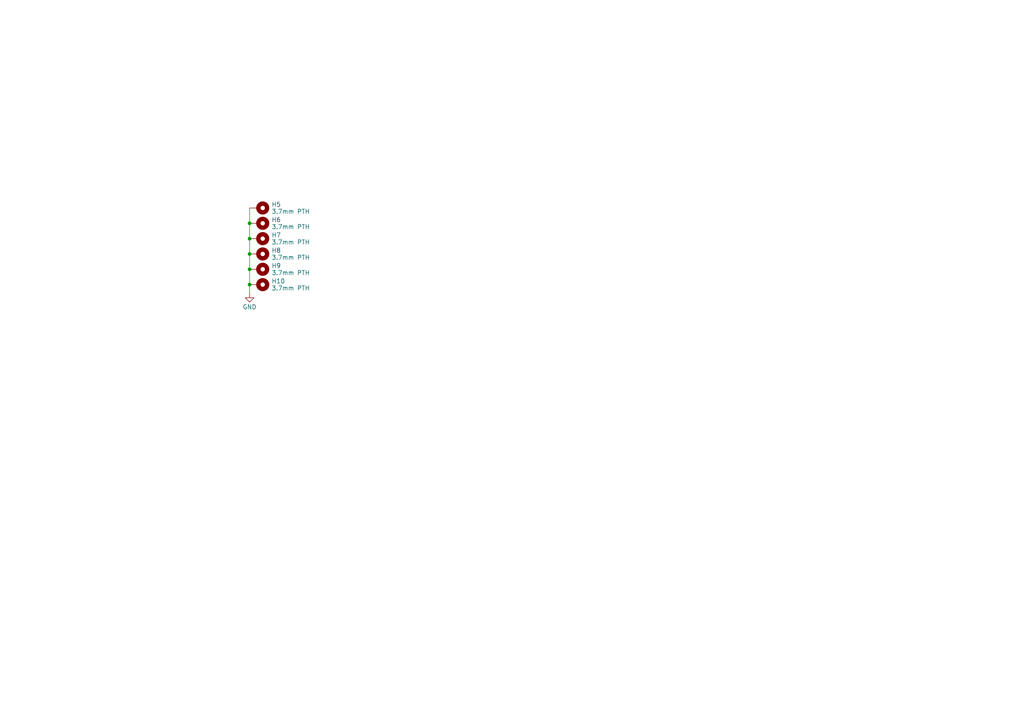
<source format=kicad_sch>
(kicad_sch (version 20230121) (generator eeschema)
  (paper "A4")
  (lib_symbols
    (symbol "Mechanical:MountingHole_Pad" (pin_numbers hide) (pin_names (offset 1.016) hide)
      (property "Reference" "H" (at 0 6.35 0))
      (property "Value" "MountingHole_Pad" (at 0 4.445 0))
      (symbol "MountingHole_Pad_0_1"
        (circle (center 0 1.27) (radius 1.27) (stroke (width 1.27)))
      )
      (symbol "MountingHole_Pad_1_1"
        (pin input line (at 0 -2.54 90) (length 2.54) (name "1") (number "1"))
      )
    )
    (symbol "power:GND" (power) (pin_names (offset 0))
      (property "Value" "GND" (at 0 -3.81 0))
      (symbol "GND_0_1"
        (polyline (pts (xy 0 0) (xy 0 -1.27) (xy 1.27 -1.27) (xy 0 -2.54) (xy -1.27 -1.27) (xy 0 -1.27)))
      )
      (symbol "GND_1_1"
        (pin power_in line (at 0 0 270) (length 0) hide (name "GND") (number "1"))
      )
    )
  )
  (junction (at 72.39 78.105))
  (junction (at 72.39 82.55))
  (junction (at 72.39 64.77))
  (junction (at 72.39 73.66))
  (junction (at 72.39 69.215))
  (wire (pts (xy 72.39 73.66) (xy 72.39 78.105)))
  (wire (pts (xy 72.39 64.77) (xy 72.39 69.215)))
  (wire (pts (xy 72.39 69.215) (xy 72.39 73.66)))
  (wire (pts (xy 72.39 60.325) (xy 72.39 64.77)))
  (wire (pts (xy 72.39 78.105) (xy 72.39 82.55)))
  (wire (pts (xy 72.39 82.55) (xy 72.39 85.09)))
  (symbol (lib_id "power:GND") (at 72.39 85.09 0) (unit 1)
    (property "Reference" "#PWR01" (effects hide))
    (property "Value" "GND" (at 72.39 89.035 0))
  )
  (symbol (lib_id "Mechanical:MountingHole_Pad") (at 74.93 73.66 270) (unit 1)
    (property "Reference" "H8" (at 78.74 72.636 90) (effects (justify left)))
    (property "Value" "3.7mm PTH" (at 78.74 74.684 90) (effects (justify left)))
    (property "Footprint" "MountingHole:MountingHole_3.7mm_Pad" (effects hide))
  )
  (symbol (lib_id "Mechanical:MountingHole_Pad") (at 74.93 69.215 270) (unit 1)
    (property "Reference" "H7" (at 78.74 68.191 90) (effects (justify left)))
    (property "Value" "3.7mm PTH" (at 78.74 70.239 90) (effects (justify left)))
    (property "Footprint" "MountingHole:MountingHole_3.7mm_Pad" (effects hide))
  )
  (symbol (lib_id "Mechanical:MountingHole_Pad") (at 74.93 60.325 270) (unit 1)
    (property "Reference" "H5" (at 78.74 59.301 90) (effects (justify left)))
    (property "Value" "3.7mm PTH" (at 78.74 61.349 90) (effects (justify left)))
    (property "Footprint" "MountingHole:MountingHole_3.7mm_Pad" (effects hide))
  )
  (symbol (lib_id "Mechanical:MountingHole_Pad") (at 74.93 82.55 270) (unit 1)
    (property "Reference" "H10" (at 78.74 81.526 90) (effects (justify left)))
    (property "Value" "3.7mm PTH" (at 78.74 83.574 90) (effects (justify left)))
    (property "Footprint" "MountingHole:MountingHole_3.7mm_Pad" (effects hide))
  )
  (symbol (lib_id "Mechanical:MountingHole_Pad") (at 74.93 78.105 270) (unit 1)
    (property "Reference" "H9" (at 78.74 77.081 90) (effects (justify left)))
    (property "Value" "3.7mm PTH" (at 78.74 79.129 90) (effects (justify left)))
    (property "Footprint" "MountingHole:MountingHole_3.7mm_Pad" (effects hide))
  )
  (symbol (lib_id "Mechanical:MountingHole_Pad") (at 74.93 64.77 270) (unit 1)
    (property "Reference" "H6" (at 78.74 63.746 90) (effects (justify left)))
    (property "Value" "3.7mm PTH" (at 78.74 65.794 90) (effects (justify left)))
    (property "Footprint" "MountingHole:MountingHole_3.7mm_Pad" (effects hide))
  )
)
</source>
